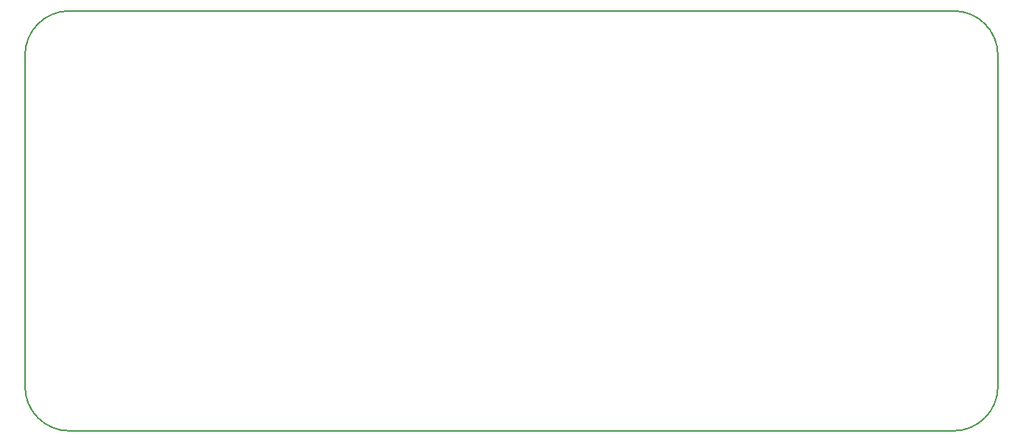
<source format=gbr>
G04 #@! TF.FileFunction,Profile,NP*
%FSLAX46Y46*%
G04 Gerber Fmt 4.6, Leading zero omitted, Abs format (unit mm)*
G04 Created by KiCad (PCBNEW 4.0.6) date Wed Jun 28 00:25:45 2017*
%MOMM*%
%LPD*%
G01*
G04 APERTURE LIST*
%ADD10C,0.100000*%
%ADD11C,0.150000*%
G04 APERTURE END LIST*
D10*
D11*
X66040000Y-104140000D02*
G75*
G03X71120000Y-109220000I5080000J0D01*
G01*
X71120000Y-60960000D02*
G75*
G03X66040000Y-66040000I0J-5080000D01*
G01*
X172720000Y-109220000D02*
G75*
G03X177800000Y-104140000I0J5080000D01*
G01*
X177800000Y-66040000D02*
G75*
G03X172720000Y-60960000I-5080000J0D01*
G01*
X177800000Y-104140000D02*
X177800000Y-66040000D01*
X71120000Y-109220000D02*
X172720000Y-109220000D01*
X71120000Y-60960000D02*
X172720000Y-60960000D01*
X66040000Y-66040000D02*
X66040000Y-104140000D01*
M02*

</source>
